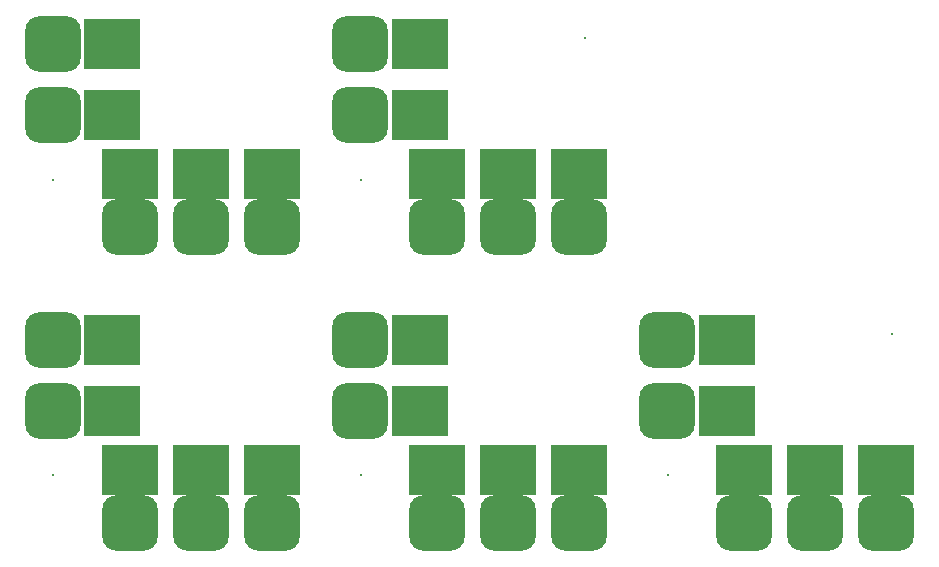
<source format=gbs>
G04*
G04 #@! TF.GenerationSoftware,Altium Limited,Altium Designer,18.0.11 (651)*
G04*
G04 Layer_Color=16711935*
%FSLAX43Y43*%
%MOMM*%
G71*
G01*
G75*
%ADD11C,0.200*%
G04:AMPARAMS|DCode=12|XSize=4.7mm|YSize=4.7mm|CornerRadius=1.225mm|HoleSize=0mm|Usage=FLASHONLY|Rotation=0.000|XOffset=0mm|YOffset=0mm|HoleType=Round|Shape=RoundedRectangle|*
%AMROUNDEDRECTD12*
21,1,4.700,2.250,0,0,0.0*
21,1,2.250,4.700,0,0,0.0*
1,1,2.450,1.125,-1.125*
1,1,2.450,-1.125,-1.125*
1,1,2.450,-1.125,1.125*
1,1,2.450,1.125,1.125*
%
%ADD12ROUNDEDRECTD12*%
%ADD16R,4.800X4.200*%
D11*
X74000Y19000D02*
D03*
X48000Y44000D02*
D03*
X29000Y32000D02*
D03*
X3000D02*
D03*
X55000Y7000D02*
D03*
X29000D02*
D03*
X3000D02*
D03*
D12*
X54975Y12500D02*
D03*
Y18500D02*
D03*
X28975Y37500D02*
D03*
X2975Y43500D02*
D03*
X28975Y12500D02*
D03*
Y18500D02*
D03*
X2975Y37500D02*
D03*
X28975Y43500D02*
D03*
X2975Y12500D02*
D03*
Y18500D02*
D03*
X21500Y28000D02*
D03*
X47500D02*
D03*
X21500Y3000D02*
D03*
X47500D02*
D03*
X73500D02*
D03*
X15500Y28000D02*
D03*
X41500D02*
D03*
X15500Y3000D02*
D03*
X41500D02*
D03*
X67500D02*
D03*
X9500Y28000D02*
D03*
X35500D02*
D03*
X9500Y3000D02*
D03*
X35500D02*
D03*
X61500D02*
D03*
D16*
X34000Y18500D02*
D03*
X60000Y12500D02*
D03*
X34000D02*
D03*
X60000Y18500D02*
D03*
X8000Y37500D02*
D03*
Y43500D02*
D03*
Y18500D02*
D03*
X73500Y7500D02*
D03*
X67500D02*
D03*
X61500D02*
D03*
X47500D02*
D03*
X41500D02*
D03*
X35500D02*
D03*
X21500D02*
D03*
X15500D02*
D03*
X9500D02*
D03*
X47500Y32500D02*
D03*
X41500D02*
D03*
X35500D02*
D03*
X21500D02*
D03*
X15500D02*
D03*
X9500D02*
D03*
X8000Y12500D02*
D03*
X34000Y43500D02*
D03*
X34000Y37500D02*
D03*
M02*

</source>
